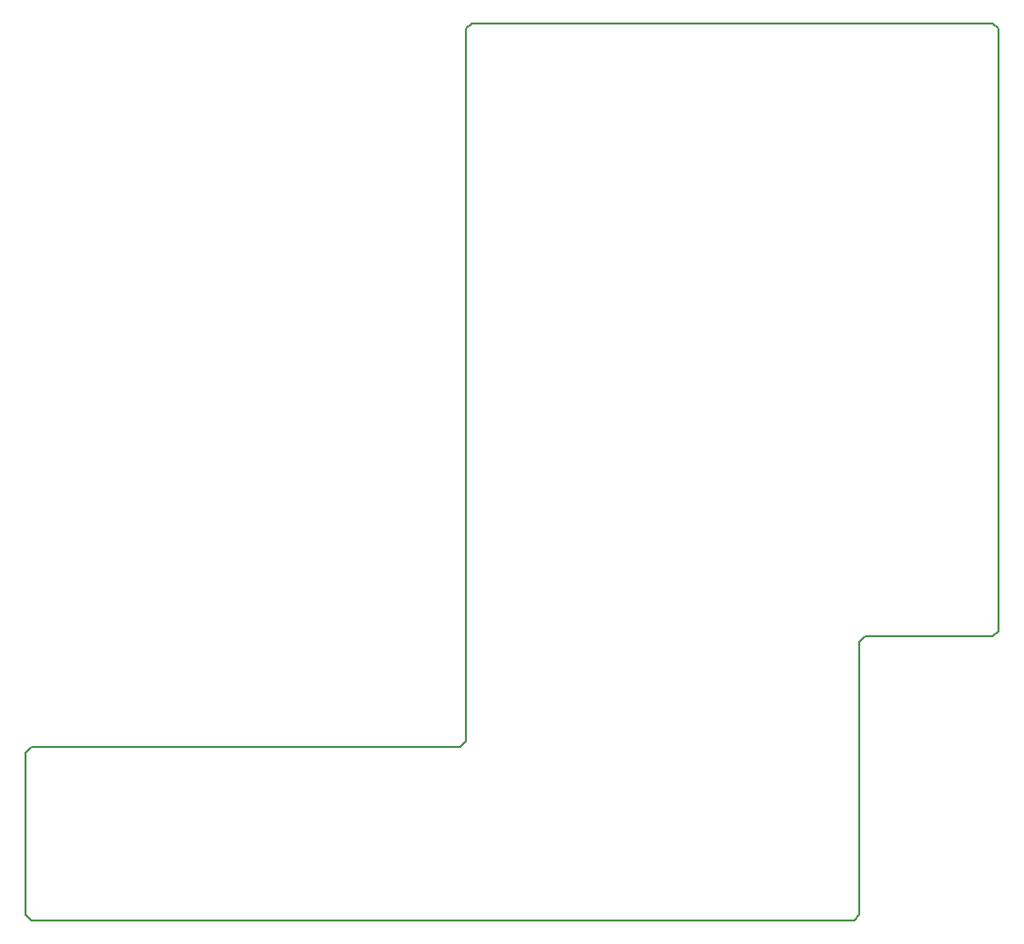
<source format=gm1>
G04 #@! TF.GenerationSoftware,KiCad,Pcbnew,(6.0.10-0)*
G04 #@! TF.CreationDate,2023-01-04T21:44:57+09:00*
G04 #@! TF.ProjectId,MEZ80LED,4d455a38-304c-4454-942e-6b696361645f,A*
G04 #@! TF.SameCoordinates,PX5ee3fe0PY8f872a0*
G04 #@! TF.FileFunction,Profile,NP*
%FSLAX46Y46*%
G04 Gerber Fmt 4.6, Leading zero omitted, Abs format (unit mm)*
G04 Created by KiCad (PCBNEW (6.0.10-0)) date 2023-01-04 21:44:57*
%MOMM*%
%LPD*%
G01*
G04 APERTURE LIST*
G04 #@! TA.AperFunction,Profile*
%ADD10C,0.200000*%
G04 #@! TD*
G04 APERTURE END LIST*
D10*
X83500000Y77000000D02*
X83500000Y25000000D01*
X83000000Y24500000D01*
X72000000Y24500000D01*
X71500000Y24000000D01*
X71500000Y500000D01*
X71000036Y5000D01*
X0Y0D01*
X-500000Y500000D01*
X-500000Y14500000D01*
X0Y15000000D01*
X37000000Y15000000D01*
X37500000Y15500000D01*
X37500000Y77000000D01*
X38000000Y77500000D01*
X83000000Y77500000D01*
X83500000Y77000000D01*
M02*

</source>
